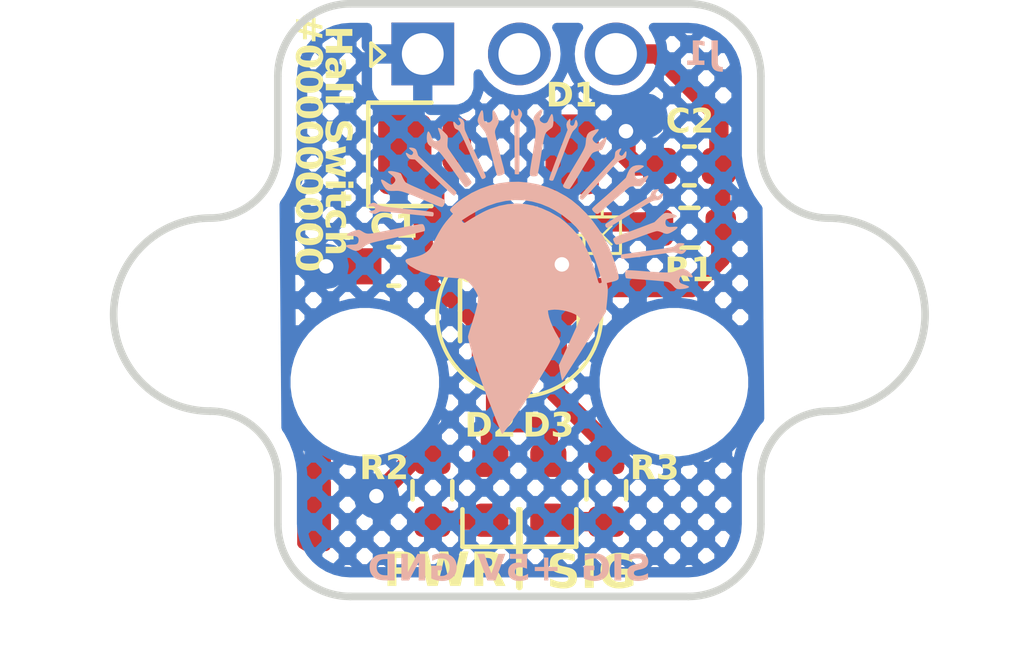
<source format=kicad_pcb>
(kicad_pcb (version 20240108) (generator "pcbnew") (generator_version "8.0")
  (layers (0 "F.Cu" signal) (31 "B.Cu" signal) (34 "B.Paste" user) (35 "F.Paste" user) (36 "B.SilkS" user "B.Silkscreen") (37 "F.SilkS" user "F.Silkscreen") (38 "B.Mask" user) (39 "F.Mask" user) (44 "Edge.Cuts" user))
  (net 0 "")
  (net 1 "VDD")
  (net 2 "GND")
  (net 3 "Net-(J1-Pin_3)")
  (net 4 "+5V")
  (net 5 "Net-(D2-K)")
  (net 6 "Net-(D3-K)")
  (footprint "Package_TO_SOT_SMD:SOT-23-3" (layer "F.Cu") (at 127 103.2764 90)
    (property "Reference" "U1" (at 1.016 -0.9652 0) (layer "F.SilkS") (effects (font (size 0.635 0.635) (thickness 0.635) (bold yes))))
    (property "Value" "US5881ESE")
    (pad "1" smd roundrect (at -1.1375 -0.95 90) (size 1.325 0.6) (layers "F.Cu" "F.Paste" "F.Mask") (net 1 "VDD"))
    (pad "2" smd roundrect (at -1.1375 0.95 90) (size 1.325 0.6) (layers "F.Cu" "F.Paste" "F.Mask") (net 3 "Net-(J1-Pin_3)"))
    (pad "3" smd roundrect (at 1.1375 0 90) (size 1.325 0.6) (layers "F.Cu" "F.Paste" "F.Mask") (net 2 "GND"))
  )
  (footprint "MountingHole:MountingHole_2.1mm" (layer "F.Cu") (at 135.128 103.378)
    (property "Reference" "H2" (hide yes))
    (property "Value" "MountingHole")
    (pad "" np_thru_hole circle (at 0 0) (size 2.1 2.1) (drill 2.921) (layers "F&B.Cu" "*.Mask"))
  )
  (footprint "Capacitor_SMD:C_0603_1608Metric" (layer "F.Cu") (at 123.698 102.108 180)
    (property "Reference" "C1" (at 0 1.016 0) (layer "F.SilkS") (effects (font (size 0.635 0.635) (thickness 0.635) (bold yes))))
    (property "Value" ".1uf-10%-25V-0603")
    (pad "1" smd roundrect (at -0.775 0 180) (size 0.9 0.95) (layers "F.Cu" "F.Paste" "F.Mask") (net 1 "VDD"))
    (pad "2" smd roundrect (at 0.775 0 180) (size 0.9 0.95) (layers "F.Cu" "F.Paste" "F.Mask") (net 2 "GND"))
  )
  (footprint "MountingHole:MountingHole_2.1mm" (layer "F.Cu") (at 118.872 103.378)
    (property "Reference" "H1" (hide yes))
    (property "Value" "MountingHole")
    (pad "" np_thru_hole circle (at 0 0) (size 2.1 2.1) (drill 2.921) (layers "F&B.Cu" "*.Mask"))
  )
  (footprint "LED_SMD:LED_0603_1608Metric" (layer "F.Cu") (at 127.762 108.0008 90)
    (property "Reference" "D3" (at 1.6764 0 180) (layer "F.SilkS") (effects (font (size 0.635 0.635) (thickness 0.635) (bold yes))))
    (property "Value" "SIG")
    (pad "1" smd roundrect (at -0.7875 0 90) (size 0.875 0.95) (layers "F.Cu" "F.Paste" "F.Mask") (net 6 "Net-(D3-K)"))
    (pad "2" smd roundrect (at 0.7875 0 90) (size 0.875 0.95) (layers "F.Cu" "F.Paste" "F.Mask") (net 1 "VDD"))
  )
  (footprint "LOGO" (layer "F.Cu") (at 129.1844 101.2952)
    (property "Reference" "G***" (hide yes))
    (property "Value" "LOGO" (hide yes))
  )
  (footprint "Resistor_SMD:R_0603_1608Metric" (layer "F.Cu") (at 131.4704 101.092)
    (property "Reference" "R1" (at 0 1.143 180) (layer "F.SilkS") (effects (font (size 0.635 0.635) (thickness 0.15875) (bold yes))))
    (property "Value" "10k-1%-0603")
    (pad "1" smd roundrect (at -0.825 0) (size 0.8 0.95) (layers "F.Cu" "F.Paste" "F.Mask") (net 1 "VDD"))
    (pad "2" smd roundrect (at 0.825 0) (size 0.8 0.95) (layers "F.Cu" "F.Paste" "F.Mask") (net 3 "Net-(J1-Pin_3)"))
  )
  (footprint "Capacitor_SMD:C_0603_1608Metric" (layer "F.Cu") (at 131.4704 99.4664 180)
    (property "Reference" "C2" (at -0.013 1.143 0) (layer "F.SilkS") (effects (font (size 0.635 0.635) (thickness 0.635) (bold yes))))
    (property "Value" "4.7nf-10%-25V-0603")
    (pad "1" smd roundrect (at -0.775 0 180) (size 0.9 0.95) (layers "F.Cu" "F.Paste" "F.Mask") (net 3 "Net-(J1-Pin_3)"))
    (pad "2" smd roundrect (at 0.775 0 180) (size 0.9 0.95) (layers "F.Cu" "F.Paste" "F.Mask") (net 2 "GND"))
  )
  (footprint "Resistor_SMD:R_0603_1608Metric" (layer "F.Cu") (at 129.286 108.0008 90)
    (property "Reference" "R3" (at 0.5588 1.27 0) (layer "F.SilkS") (effects (font (size 0.635 0.635) (thickness 0.635) (bold yes))))
    (property "Value" "3k-1%-0603")
    (pad "1" smd roundrect (at -0.825 0 90) (size 0.8 0.95) (layers "F.Cu" "F.Paste" "F.Mask") (net 6 "Net-(D3-K)"))
    (pad "2" smd roundrect (at 0.825 0 90) (size 0.8 0.95) (layers "F.Cu" "F.Paste" "F.Mask") (net 3 "Net-(J1-Pin_3)"))
  )
  (footprint "Resistor_SMD:R_0603_1608Metric" (layer "F.Cu") (at 124.714 108.0008 90)
    (property "Reference" "R2" (at 0.5588 -1.27 0) (layer "F.SilkS") (effects (font (size 0.635 0.635) (thickness 0.635) (bold yes))))
    (property "Value" "3k-1%-0603")
    (pad "1" smd roundrect (at -0.825 0 90) (size 0.8 0.95) (layers "F.Cu" "F.Paste" "F.Mask") (net 5 "Net-(D2-K)"))
    (pad "2" smd roundrect (at 0.825 0 90) (size 0.8 0.95) (layers "F.Cu" "F.Paste" "F.Mask") (net 2 "GND"))
  )
  (footprint "LED_SMD:LED_0603_1608Metric" (layer "F.Cu") (at 126.238 108.0008 90)
    (property "Reference" "D2" (at 1.6764 0 180) (layer "F.SilkS") (effects (font (size 0.635 0.635) (thickness 0.635) (bold yes))))
    (property "Value" "PWR")
    (pad "1" smd roundrect (at -0.7875 0 90) (size 0.875 0.95) (layers "F.Cu" "F.Paste" "F.Mask") (net 5 "Net-(D2-K)"))
    (pad "2" smd roundrect (at 0.7875 0 90) (size 0.875 0.95) (layers "F.Cu" "F.Paste" "F.Mask") (net 1 "VDD"))
  )
  (footprint "Diode_SMD:D_SOD-128" (layer "F.Cu") (at 126.1872 99.1616)
    (property "Reference" "D1" (at 2.1844 -1.524 0) (layer "F.SilkS") (effects (font (size 0.635 0.635) (thickness 0.15875) (bold yes))))
    (property "Value" "PMEG3020EP,115")
    (pad "1" smd roundrect (at -2.2 0) (size 1.4 2.1) (layers "F.Cu" "F.Paste" "F.Mask") (roundrect_rratio 0.1785714286) (net 1 "VDD"))
    (pad "2" smd roundrect (at 2.2 0) (size 1.4 2.1) (layers "F.Cu" "F.Paste" "F.Mask") (roundrect_rratio 0.1785714286) (net 4 "+5V"))
  )
  (footprint "HallEffect:70555-0037" (layer "B.Cu") (at 127 100.838)
    (property "Reference" "J1" (at 4.826 -4.2926 0) (layer "B.SilkS") (effects (font (size 0.635 0.635) (thickness 0.635) (bold yes)) (justify mirror)))
    (property "Value" "0705550037")
    (pad "" np_thru_hole circle (at -4.064 4.318) (size 3.4036 3.4036) (drill 3.4036) (layers "*.Cu" "*.Mask"))
    (pad "" np_thru_hole circle (at 4.064 4.318) (size 3.4036 3.4036) (drill 3.4036) (layers "*.Cu" "*.Mask"))
    (pad "1" thru_hole rect (at -2.54 -4.318) (size 1.65 1.65) (drill 1.1) (layers "*.Cu" "*.Mask") (net 2 "GND"))
    (pad "2" thru_hole circle (at 0 -4.318) (size 1.65 1.65) (drill 1.1) (layers "*.Cu" "*.Mask") (net 4 "+5V"))
    (pad "3" thru_hole circle (at 2.54 -4.318) (size 1.65 1.65) (drill 1.1) (layers "*.Cu" "*.Mask") (net 3 "Net-(J1-Pin_3)"))
  )
  (footprint "LOGO" (layer "B.Cu") (at 127.018737 101.593424 135)
    (property "Reference" "G***" (hide yes))
    (property "Value" "LOGO" (hide yes))
  )
  (gr_line (start 127 109.22) (end 127 110.5408) (stroke (width 0.1778)) (layer "F.SilkS"))
  (gr_circle (center 127 103.378) (end 127 101.219) (stroke (width 0.1)) (fill none) (layer "F.SilkS"))
  (gr_line (start 133.35 108.888962) (end 133.35 107.696) (stroke (width 0.2)) (layer "Edge.Cuts"))
  (gr_line (start 122.555 95.200038) (end 131.445 95.200038) (stroke (width 0.2)) (layer "Edge.Cuts"))
  (gr_arc (start 135.128 100.838) (mid 133.870764 100.317236) (end 133.35 99.06) (stroke (width 0.2)) (layer "Edge.Cuts"))
  (gr_arc (start 133.35 108.888962) (mid 132.792038 110.236) (end 131.445 110.793962) (stroke (width 0.2)) (layer "Edge.Cuts"))
  (gr_arc (start 131.445 95.200038) (mid 132.792038 95.758) (end 133.35 97.105038) (stroke (width 0.2)) (layer "Edge.Cuts"))
  (gr_line (start 133.35 97.105038) (end 133.35 99.06) (stroke (width 0.2)) (layer "Edge.Cuts"))
  (gr_arc (start 133.35 107.696) (mid 133.870764 106.438764) (end 135.128 105.918) (stroke (width 0.2)) (layer "Edge.Cuts"))
  (gr_arc (start 120.65 97.105038) (mid 121.207962 95.758) (end 122.555 95.200038) (stroke (width 0.2)) (layer "Edge.Cuts"))
  (gr_line (start 120.65 97.105038) (end 120.65 99.06) (stroke (width 0.2)) (layer "Edge.Cuts"))
  (gr_line (start 120.65 108.888962) (end 120.65 107.696) (stroke (width 0.2)) (layer "Edge.Cuts"))
  (gr_arc (start 118.872 105.918) (mid 120.129236 106.438764) (end 120.65 107.696) (stroke (width 0.2)) (layer "Edge.Cuts"))
  (gr_line (start 131.445 110.793962) (end 122.555 110.793962) (stroke (width 0.2)) (layer "Edge.Cuts"))
  (gr_arc (start 120.65 99.06) (mid 120.129236 100.317236) (end 118.872 100.838) (stroke (width 0.2)) (layer "Edge.Cuts"))
  (gr_arc (start 118.872 105.918) (mid 116.332 103.378) (end 118.872 100.838) (stroke (width 0.2)) (layer "Edge.Cuts"))
  (gr_arc (start 135.128 100.838) (mid 137.668 103.378) (end 135.128 105.918) (stroke (width 0.2)) (layer "Edge.Cuts"))
  (gr_arc (start 122.555 110.793962) (mid 121.207962 110.236) (end 120.65 108.888962) (stroke (width 0.2)) (layer "Edge.Cuts"))
  (gr_text "+5V" (at 127 110.49 0) (layer "B.SilkS") (effects (font (size 0.6858 0.6858) (thickness 0.17145) (bold yes)) (justify bottom mirror)))
  (gr_text "GND" (at 124.206 110.49 0) (layer "B.SilkS") (effects (font (size 0.6858 0.6858) (thickness 0.17145) (bold yes)) (justify bottom mirror)))
  (gr_text "SIG" (at 129.54 110.49 0) (layer "B.SilkS") (effects (font (size 0.6858 0.6858) (thickness 0.17145) (bold yes)) (justify bottom mirror)))
  (gr_text "Hall Switch" (at 121.793 98.806 270) (layer "F.SilkS") (effects (font (size 0.6858 0.6858) (thickness 0.15875) (bold yes)) (justify bottom)))
  (gr_text "SIG\n" (at 127.7112 110.7186 0) (layer "F.SilkS") (effects (font (size 0.889 0.889) (thickness 0.22225) (bold yes)) (justify left bottom)))
  (gr_text "PWR\n" (at 123.4186 110.6678 0) (layer "F.SilkS") (effects (font (size 0.889 0.889) (thickness 0.1905) (bold yes)) (justify left bottom)))
  (gr_text "#000000000\n\n" (at 119.8626 98.8568 270) (layer "F.SilkS") (effects (font (size 0.6858 0.6858) (thickness 0.17145) (bold yes)) (justify bottom)))
  (segment (start 124.473 100.9396) (end 124.473 102.108) (width 0.508) (layer "F.Cu") (net 1))
  (segment (start 127.508 106.2228) (end 127.762 106.4768) (width 0.508) (layer "F.Cu") (net 1))
  (segment (start 125.222 102.9208) (end 124.9172 102.9208) (width 0.508) (layer "F.Cu") (net 1))
  (segment (start 124.7746 100.638) (end 124.473 100.9396) (width 0.508) (layer "F.Cu") (net 1))
  (segment (start 126.3745 106.2228) (end 127.508 106.2228) (width 0.508) (layer "F.Cu") (net 1))
  (segment (start 126.05 104.4139) (end 126.05 103.7488) (width 0.508) (layer "F.Cu") (net 1))
  (segment (start 130.493 100.9396) (end 130.6454 101.092) (width 0.508) (layer "F.Cu") (net 1))
  (segment (start 124.473 102.4766) (end 124.473 102.108) (width 0.508) (layer "F.Cu") (net 1))
  (segment (start 126.05 103.7488) (end 125.222 102.9208) (width 0.508) (layer "F.Cu") (net 1))
  (segment (start 126.3745 106.2228) (end 126.3396 106.2228) (width 0.508) (layer "F.Cu") (net 1))
  (segment (start 126.05 104.4139) (end 126.3745 104.7384) (width 0.508) (layer "F.Cu") (net 1))
  (segment (start 125.0762 100.9396) (end 130.493 100.9396) (width 0.508) (layer "F.Cu") (net 1))
  (segment (start 123.9872 99.1616) (end 124.7746 99.949) (width 0.508) (layer "F.Cu") (net 1))
  (segment (start 124.9172 102.9208) (end 124.473 102.4766) (width 0.508) (layer "F.Cu") (net 1))
  (segment (start 126.3745 104.7384) (end 126.3745 106.2228) (width 0.508) (layer "F.Cu") (net 1))
  (segment (start 124.7746 100.638) (end 125.0762 100.9396) (width 0.508) (layer "F.Cu") (net 1))
  (segment (start 126.3396 106.2228) (end 126.238 106.3244) (width 0.508) (layer "F.Cu") (net 1))
  (segment (start 126.238 106.3244) (end 126.238 107.2133) (width 0.508) (layer "F.Cu") (net 1))
  (segment (start 127.762 106.4768) (end 127.762 107.2133) (width 0.508) (layer "F.Cu") (net 1))
  (segment (start 124.7746 99.949) (end 124.7746 100.638) (width 0.508) (layer "F.Cu") (net 1))
  (segment (start 121.92 102.108) (end 122.923 102.108) (width 0.508) (layer "F.Cu") (net 2))
  (segment (start 124.2182 107.1758) (end 123.2408 108.1532) (width 0.508) (layer "F.Cu") (net 2))
  (segment (start 129.802873 98.552) (end 129.802873 99.195873) (width 0.508) (layer "F.Cu") (net 2))
  (segment (start 124.714 107.1758) (end 124.2182 107.1758) (width 0.508) (layer "F.Cu") (net 2))
  (segment (start 130.0734 99.4664) (end 130.6954 99.4664) (width 0.508) (layer "F.Cu") (net 2))
  (segment (start 127.082036 102.056864) (end 127 102.1389) (width 0.508) (layer "F.Cu") (net 2))
  (segment (start 129.802873 99.195873) (end 130.0734 99.4664) (width 0.508) (layer "F.Cu") (net 2))
  (segment (start 128.117264 102.056864) (end 127.082036 102.056864) (width 0.508) (layer "F.Cu") (net 2))
  (via (at 123.2408 108.1532) (size 0.889) (drill 0.381) (layers "F.Cu" "B.Cu") (net 2))
  (via (at 129.802873 98.552) (size 0.889) (drill 0.381) (layers "F.Cu" "B.Cu") (net 2))
  (via (at 128.117264 102.056864) (size 0.889) (drill 0.381) (layers "F.Cu" "B.Cu") (net 2))
  (via (at 121.92 102.108) (size 0.889) (drill 0.381) (layers "F.Cu" "B.Cu") (net 2))
  (segment (start 132.2454 98.133129) (end 130.632271 96.52) (width 0.508) (layer "F.Cu") (net 3))
  (segment (start 127.95 105.4398) (end 127.95 104.4139) (width 0.508) (layer "F.Cu") (net 3))
  (segment (start 132.2954 101.8926) (end 132.2954 101.092) (width 0.508) (layer "F.Cu") (net 3))
  (segment (start 129.286 107.1758) (end 129.286 106.7758) (width 0.508) (layer "F.Cu") (net 3))
  (segment (start 127.95 103.698) (end 128.9812 102.6668) (width 0.508) (layer "F.Cu") (net 3))
  (segment (start 131.5212 102.6668) (end 132.2954 101.8926) (width 0.508) (layer "F.Cu") (net 3))
  (segment (start 129.286 106.7758) (end 127.95 105.4398) (width 0.508) (layer "F.Cu") (net 3))
  (segment (start 132.2954 99.5164) (end 132.2954 101.092) (width 0.508) (layer "F.Cu") (net 3))
  (segment (start 132.2454 99.4664) (end 132.2454 98.133129) (width 0.508) (layer "F.Cu") (net 3))
  (segment (start 130.632271 96.52) (end 129.54 96.52) (width 0.508) (layer "F.Cu") (net 3))
  (segment (start 127.95 104.4139) (end 127.95 103.698) (width 0.508) (layer "F.Cu") (net 3))
  (segment (start 132.2454 99.4664) (end 132.2954 99.5164) (width 0.508) (layer "F.Cu") (net 3))
  (segment (start 128.9812 102.6668) (end 131.5212 102.6668) (width 0.508) (layer "F.Cu") (net 3))
  (segment (start 124.7515 108.7883) (end 124.714 108.8258) (width 0.508) (layer "F.Cu") (net 5))
  (segment (start 126.238 108.7883) (end 124.7515 108.7883) (width 0.508) (layer "F.Cu") (net 5))
  (segment (start 127.7995 108.8258) (end 127.762 108.7883) (width 0.508) (layer "F.Cu") (net 6))
  (segment (start 129.286 108.8258) (end 127.7995 108.8258) (width 0.508) (layer "F.Cu") (net 6))
  (zone (net 1) (net_name "VDD") (layer "F.Cu") (priority 3) (connect_pads yes (clearance 0.1524)) (min_thickness 0.25) (fill yes (thermal_gap 0.127) (thermal_bridge_width 0.635) (smoothing fillet) (radius 0.508))
    (polygon (pts (xy 124.968 98.171) (xy 125.73 98.171) (xy 125.73 99.695) (xy 124.968 99.695)))
  )
  (zone (net 0) (net_name "") (layer "F.Cu") (priority 2) (connect_pads (clearance 0.254)) (min_thickness 0.25) (fill yes (thermal_gap 0.127) (thermal_bridge_width 0.635) (smoothing fillet) (radius 0.127) (island_removal_mode 1) (island_area_min 9.999999))
    (polygon (pts (xy 122.047 107.061) (xy 122.047 109.601) (xy 121.158 109.601) (xy 121.158 107.061)))
  )
  (zone (net 2) (net_name "GND") (layer "B.Cu") (priority 1) (connect_pads (clearance 0.254)) (min_thickness 0.25) (fill yes (mode hatch) (thermal_gap 0.508) (thermal_bridge_width 0.508) (smoothing fillet) (radius 1.905) (hatch_thickness 0.254) (hatch_gap 0.381) (hatch_orientation 45) (hatch_smoothing_level 2) (hatch_smoothing_value 0.15) (hatch_border_algorithm hatch_thickness) (hatch_min_hole_area 0.3))
    (polygon (pts (xy 120.65 95.1484) (xy 133.35 95.1484) (xy 133.477 110.6678) (xy 120.777 110.6678)))
  )
)
</source>
